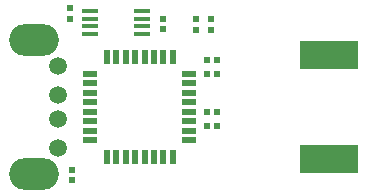
<source format=gbs>
G04 #@! TF.GenerationSoftware,KiCad,Pcbnew,no-vcs-found-a20cce0~59~ubuntu16.04.1*
G04 #@! TF.CreationDate,2017-08-21T15:18:52+01:00*
G04 #@! TF.ProjectId,okgo2usbcontrol,6F6B676F32757362636F6E74726F6C2E,rev?*
G04 #@! TF.SameCoordinates,Original*
G04 #@! TF.FileFunction,Soldermask,Bot*
G04 #@! TF.FilePolarity,Negative*
%FSLAX46Y46*%
G04 Gerber Fmt 4.6, Leading zero omitted, Abs format (unit mm)*
G04 Created by KiCad (PCBNEW no-vcs-found-a20cce0~59~ubuntu16.04.1) date Mon Aug 21 15:18:52 2017*
%MOMM*%
%LPD*%
G01*
G04 APERTURE LIST*
%ADD10R,0.620000X0.620000*%
%ADD11R,1.200000X0.500000*%
%ADD12R,0.500000X1.200000*%
%ADD13R,1.450000X0.450000*%
%ADD14R,5.000000X2.400000*%
%ADD15C,1.500000*%
%ADD16O,4.200000X2.700000*%
G04 APERTURE END LIST*
D10*
X118000000Y-105450000D03*
X118000000Y-104550000D03*
X116750000Y-104550000D03*
X116750000Y-105450000D03*
X117650000Y-112400000D03*
X118550000Y-112400000D03*
X118550000Y-109200000D03*
X117650000Y-109200000D03*
X106100000Y-104550000D03*
X106100000Y-103650000D03*
X106250000Y-118200000D03*
X106250000Y-117300000D03*
X117650000Y-108000000D03*
X118550000Y-108000000D03*
X118550000Y-113600000D03*
X117650000Y-113600000D03*
X114000000Y-104500000D03*
X114000000Y-105400000D03*
D11*
X116200000Y-109200000D03*
X116200000Y-110000000D03*
X116200000Y-110800000D03*
X116200000Y-111600000D03*
X116200000Y-112400000D03*
X116200000Y-113200000D03*
X116200000Y-114000000D03*
X116200000Y-114800000D03*
D12*
X114800000Y-116200000D03*
X114000000Y-116200000D03*
X113200000Y-116200000D03*
X112400000Y-116200000D03*
X111600000Y-116200000D03*
X110800000Y-116200000D03*
X110000000Y-116200000D03*
X109200000Y-116200000D03*
D11*
X107800000Y-114800000D03*
X107800000Y-114000000D03*
X107800000Y-113200000D03*
X107800000Y-112400000D03*
X107800000Y-111600000D03*
X107800000Y-110800000D03*
X107800000Y-110000000D03*
X107800000Y-109200000D03*
D12*
X109200000Y-107800000D03*
X110000000Y-107800000D03*
X110800000Y-107800000D03*
X111600000Y-107800000D03*
X112400000Y-107800000D03*
X113200000Y-107800000D03*
X114000000Y-107800000D03*
X114800000Y-107800000D03*
D13*
X112150000Y-103850000D03*
X112150000Y-104500000D03*
X112150000Y-105150000D03*
X112150000Y-105800000D03*
X107750000Y-105800000D03*
X107750000Y-105150000D03*
X107750000Y-104500000D03*
X107750000Y-103850000D03*
D14*
X128000000Y-116375000D03*
X128000000Y-107625000D03*
D15*
X105100000Y-115500000D03*
X105100000Y-113000000D03*
X105100000Y-111000000D03*
X105100000Y-108500000D03*
D16*
X103000000Y-117700000D03*
X103000000Y-106300000D03*
M02*

</source>
